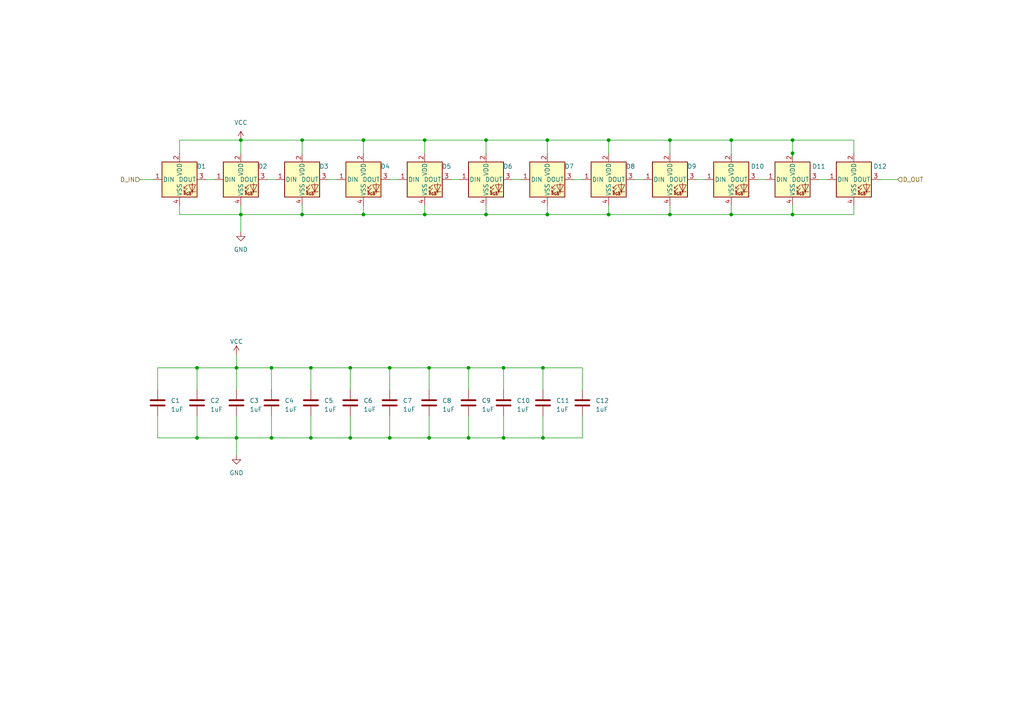
<source format=kicad_sch>
(kicad_sch (version 20231120) (generator "eeschema") (generator_version "8.0")
  (paper "A4")
  (title_block (date "2024-10-04") (rev "0.0.0-RC1"))
  (lib_symbols
    (symbol "Device:C" (pin_numbers hide) (pin_names (offset 0.254))
      (property "Reference" "C" (at 0.635 2.54 0))
      (property "Value" "C" (at 0.635 -2.54 0))
      (symbol "C_0_1"
        (polyline (pts (xy -2.032 -0.762) (xy 2.032 -0.762)) (stroke (width 0.508)))
        (polyline (pts (xy -2.032 0.762) (xy 2.032 0.762)) (stroke (width 0.508)))
      )
      (symbol "C_1_1"
        (pin passive line (at 0 3.81 270) (length 2.794) (name "~") (number "1"))
        (pin passive line (at 0 -3.81 90) (length 2.794) (name "~") (number "2"))
      )
    )
    (symbol "pedalboard-display:SK6812" (pin_names (offset 0.254))
      (property "Reference" "D" (at 5.08 5.715 0))
      (property "Value" "SK6812" (at 1.27 -5.715 0))
      (symbol "SK6812_0_0"
        (text "RGB" (at 2.286 -4.191 0) (effects (font (size 0.762 0.762))))
      )
      (symbol "SK6812_0_1"
        (polyline (pts (xy 1.27 -3.556) (xy 1.778 -3.556)))
        (polyline (pts (xy 1.27 -2.54) (xy 1.778 -2.54)))
        (polyline (pts (xy 4.699 -3.556) (xy 2.667 -3.556)))
        (polyline (pts (xy 2.286 -2.54) (xy 1.27 -3.556) (xy 1.27 -3.048)))
        (polyline (pts (xy 2.286 -1.524) (xy 1.27 -2.54) (xy 1.27 -2.032)))
        (polyline (pts (xy 3.683 -1.016) (xy 3.683 -3.556) (xy 3.683 -4.064)))
        (polyline (pts (xy 4.699 -1.524) (xy 2.667 -1.524) (xy 3.683 -3.556) (xy 4.699 -1.524)))
        (rectangle (start 5.08 5.08) (end -5.08 -5.08) (stroke (width 0.254)) (fill (type background)))
      )
      (symbol "SK6812_1_1"
        (pin input line (at -7.62 0 0) (length 2.54) (name "DIN") (number "1"))
        (pin power_in line (at 0 7.62 270) (length 2.54) (name "VDD") (number "2"))
        (pin output line (at 7.62 0 180) (length 2.54) (name "DOUT") (number "3"))
        (pin power_in line (at 0 -7.62 90) (length 2.54) (name "VSS") (number "4"))
      )
    )
    (symbol "power:GND" (power) (pin_names (offset 0))
      (property "Value" "GND" (at 0 -3.81 0))
      (symbol "GND_0_1"
        (polyline (pts (xy 0 0) (xy 0 -1.27) (xy 1.27 -1.27) (xy 0 -2.54) (xy -1.27 -1.27) (xy 0 -1.27)))
      )
      (symbol "GND_1_1"
        (pin power_in line (at 0 0 270) (length 0) hide (name "GND") (number "1"))
      )
    )
    (symbol "power:VCC" (power) (pin_names (offset 0))
      (property "Value" "VCC" (at 0 3.81 0))
      (symbol "VCC_0_1"
        (polyline (pts (xy -0.762 1.27) (xy 0 2.54)))
        (polyline (pts (xy 0 0) (xy 0 2.54)))
        (polyline (pts (xy 0 2.54) (xy 0.762 1.27)))
      )
      (symbol "VCC_1_1"
        (pin power_in line (at 0 0 90) (length 0) hide (name "VCC") (number "1"))
      )
    )
  )
  (junction (at 140.97 62.23))
  (junction (at 123.19 40.64))
  (junction (at 229.87 62.23))
  (junction (at 158.75 40.64))
  (junction (at 87.63 40.64))
  (junction (at 87.63 62.23))
  (junction (at 135.89 127))
  (junction (at 105.41 40.64))
  (junction (at 157.48 106.68))
  (junction (at 176.53 40.64))
  (junction (at 78.74 127))
  (junction (at 68.58 127))
  (junction (at 157.48 127))
  (junction (at 68.58 106.68))
  (junction (at 78.74 106.68))
  (junction (at 140.97 40.64))
  (junction (at 229.87 44.45))
  (junction (at 57.15 127))
  (junction (at 212.09 40.64))
  (junction (at 124.46 127))
  (junction (at 57.15 106.68))
  (junction (at 90.17 106.68))
  (junction (at 124.46 106.68))
  (junction (at 101.6 127))
  (junction (at 176.53 62.23))
  (junction (at 69.85 62.23))
  (junction (at 90.17 127))
  (junction (at 229.87 40.64))
  (junction (at 194.31 40.64))
  (junction (at 194.31 62.23))
  (junction (at 101.6 106.68))
  (junction (at 135.89 106.68))
  (junction (at 146.05 106.68))
  (junction (at 212.09 62.23))
  (junction (at 146.05 127))
  (junction (at 113.03 106.68))
  (junction (at 113.03 127))
  (junction (at 123.19 62.23))
  (junction (at 69.85 40.64))
  (junction (at 105.41 62.23))
  (junction (at 158.75 62.23))
  (wire (pts (xy 123.19 62.23) (xy 140.97 62.23)))
  (wire (pts (xy 157.48 120.65) (xy 157.48 127)))
  (wire (pts (xy 57.15 127) (xy 68.58 127)))
  (wire (pts (xy 52.07 59.69) (xy 52.07 62.23)))
  (wire (pts (xy 68.58 120.65) (xy 68.58 127)))
  (wire (pts (xy 194.31 44.45) (xy 194.31 40.64)))
  (wire (pts (xy 194.31 62.23) (xy 212.09 62.23)))
  (wire (pts (xy 229.87 45.72) (xy 229.87 44.45)))
  (wire (pts (xy 90.17 113.03) (xy 90.17 106.68)))
  (wire (pts (xy 176.53 62.23) (xy 194.31 62.23)))
  (wire (pts (xy 146.05 113.03) (xy 146.05 106.68)))
  (wire (pts (xy 130.81 52.07) (xy 133.35 52.07)))
  (wire (pts (xy 140.97 59.69) (xy 140.97 62.23)))
  (wire (pts (xy 212.09 40.64) (xy 229.87 40.64)))
  (wire (pts (xy 148.59 52.07) (xy 151.13 52.07)))
  (wire (pts (xy 45.72 113.03) (xy 45.72 106.68)))
  (wire (pts (xy 146.05 127) (xy 157.48 127)))
  (wire (pts (xy 105.41 62.23) (xy 123.19 62.23)))
  (wire (pts (xy 194.31 40.64) (xy 212.09 40.64)))
  (wire (pts (xy 87.63 44.45) (xy 87.63 40.64)))
  (wire (pts (xy 95.25 52.07) (xy 97.79 52.07)))
  (wire (pts (xy 45.72 127) (xy 57.15 127)))
  (wire (pts (xy 113.03 106.68) (xy 124.46 106.68)))
  (wire (pts (xy 52.07 40.64) (xy 69.85 40.64)))
  (wire (pts (xy 168.91 127) (xy 168.91 120.65)))
  (wire (pts (xy 124.46 120.65) (xy 124.46 127)))
  (wire (pts (xy 68.58 132.08) (xy 68.58 127)))
  (wire (pts (xy 124.46 113.03) (xy 124.46 106.68)))
  (wire (pts (xy 87.63 62.23) (xy 105.41 62.23)))
  (wire (pts (xy 113.03 106.68) (xy 101.6 106.68)))
  (wire (pts (xy 69.85 44.45) (xy 69.85 40.64)))
  (wire (pts (xy 123.19 40.64) (xy 140.97 40.64)))
  (wire (pts (xy 57.15 120.65) (xy 57.15 127)))
  (wire (pts (xy 113.03 127) (xy 124.46 127)))
  (wire (pts (xy 146.05 120.65) (xy 146.05 127)))
  (wire (pts (xy 52.07 62.23) (xy 69.85 62.23)))
  (wire (pts (xy 219.71 52.07) (xy 222.25 52.07)))
  (wire (pts (xy 113.03 113.03) (xy 113.03 106.68)))
  (wire (pts (xy 135.89 106.68) (xy 146.05 106.68)))
  (wire (pts (xy 168.91 106.68) (xy 168.91 113.03)))
  (wire (pts (xy 176.53 40.64) (xy 194.31 40.64)))
  (wire (pts (xy 229.87 40.64) (xy 247.65 40.64)))
  (wire (pts (xy 124.46 106.68) (xy 135.89 106.68)))
  (wire (pts (xy 69.85 67.31) (xy 69.85 62.23)))
  (wire (pts (xy 247.65 62.23) (xy 247.65 59.69)))
  (wire (pts (xy 101.6 106.68) (xy 101.6 113.03)))
  (wire (pts (xy 77.47 52.07) (xy 80.01 52.07)))
  (wire (pts (xy 101.6 127) (xy 113.03 127)))
  (wire (pts (xy 52.07 40.64) (xy 52.07 44.45)))
  (wire (pts (xy 113.03 120.65) (xy 113.03 127)))
  (wire (pts (xy 69.85 62.23) (xy 87.63 62.23)))
  (wire (pts (xy 68.58 127) (xy 78.74 127)))
  (wire (pts (xy 78.74 120.65) (xy 78.74 127)))
  (wire (pts (xy 146.05 106.68) (xy 157.48 106.68)))
  (wire (pts (xy 229.87 62.23) (xy 247.65 62.23)))
  (wire (pts (xy 68.58 113.03) (xy 68.58 106.68)))
  (wire (pts (xy 105.41 59.69) (xy 105.41 62.23)))
  (wire (pts (xy 237.49 52.07) (xy 240.03 52.07)))
  (wire (pts (xy 45.72 120.65) (xy 45.72 127)))
  (wire (pts (xy 78.74 127) (xy 90.17 127)))
  (wire (pts (xy 101.6 127) (xy 101.6 120.65)))
  (wire (pts (xy 123.19 59.69) (xy 123.19 62.23)))
  (wire (pts (xy 40.64 52.07) (xy 44.45 52.07)))
  (wire (pts (xy 113.03 52.07) (xy 115.57 52.07)))
  (wire (pts (xy 90.17 120.65) (xy 90.17 127)))
  (wire (pts (xy 158.75 62.23) (xy 176.53 62.23)))
  (wire (pts (xy 229.87 40.64) (xy 229.87 44.45)))
  (wire (pts (xy 166.37 52.07) (xy 168.91 52.07)))
  (wire (pts (xy 176.53 44.45) (xy 176.53 40.64)))
  (wire (pts (xy 68.58 102.87) (xy 68.58 106.68)))
  (wire (pts (xy 90.17 127) (xy 101.6 127)))
  (wire (pts (xy 157.48 113.03) (xy 157.48 106.68)))
  (wire (pts (xy 158.75 44.45) (xy 158.75 40.64)))
  (wire (pts (xy 229.87 59.69) (xy 229.87 62.23)))
  (wire (pts (xy 87.63 40.64) (xy 105.41 40.64)))
  (wire (pts (xy 176.53 59.69) (xy 176.53 62.23)))
  (wire (pts (xy 212.09 44.45) (xy 212.09 40.64)))
  (wire (pts (xy 140.97 62.23) (xy 158.75 62.23)))
  (wire (pts (xy 78.74 113.03) (xy 78.74 106.68)))
  (wire (pts (xy 105.41 44.45) (xy 105.41 40.64)))
  (wire (pts (xy 57.15 106.68) (xy 68.58 106.68)))
  (wire (pts (xy 158.75 59.69) (xy 158.75 62.23)))
  (wire (pts (xy 69.85 59.69) (xy 69.85 62.23)))
  (wire (pts (xy 87.63 59.69) (xy 87.63 62.23)))
  (wire (pts (xy 69.85 40.64) (xy 87.63 40.64)))
  (wire (pts (xy 135.89 120.65) (xy 135.89 127)))
  (wire (pts (xy 135.89 127) (xy 146.05 127)))
  (wire (pts (xy 123.19 44.45) (xy 123.19 40.64)))
  (wire (pts (xy 158.75 40.64) (xy 176.53 40.64)))
  (wire (pts (xy 157.48 127) (xy 168.91 127)))
  (wire (pts (xy 212.09 62.23) (xy 229.87 62.23)))
  (wire (pts (xy 78.74 106.68) (xy 90.17 106.68)))
  (wire (pts (xy 140.97 40.64) (xy 158.75 40.64)))
  (wire (pts (xy 57.15 113.03) (xy 57.15 106.68)))
  (wire (pts (xy 105.41 40.64) (xy 123.19 40.64)))
  (wire (pts (xy 68.58 106.68) (xy 78.74 106.68)))
  (wire (pts (xy 184.15 52.07) (xy 186.69 52.07)))
  (wire (pts (xy 201.93 52.07) (xy 204.47 52.07)))
  (wire (pts (xy 135.89 113.03) (xy 135.89 106.68)))
  (wire (pts (xy 140.97 44.45) (xy 140.97 40.64)))
  (wire (pts (xy 247.65 40.64) (xy 247.65 44.45)))
  (wire (pts (xy 157.48 106.68) (xy 168.91 106.68)))
  (wire (pts (xy 194.31 59.69) (xy 194.31 62.23)))
  (wire (pts (xy 212.09 59.69) (xy 212.09 62.23)))
  (wire (pts (xy 59.69 52.07) (xy 62.23 52.07)))
  (wire (pts (xy 45.72 106.68) (xy 57.15 106.68)))
  (wire (pts (xy 90.17 106.68) (xy 101.6 106.68)))
  (wire (pts (xy 124.46 127) (xy 135.89 127)))
  (wire (pts (xy 255.27 52.07) (xy 260.35 52.07)))
  (hierarchical_label "D_OUT" (shape input) (at 260.35 52.07 0))
  (hierarchical_label "D_IN" (shape input) (at 40.64 52.07 180))
  (symbol (lib_id "Device:C") (at 135.89 116.84 0) (unit 1)
    (property "Reference" "C9" (at 139.7 116.205 0) (effects (justify left)))
    (property "Value" "1uF" (at 139.7 118.745 0) (effects (justify left)))
    (property "Footprint" "Capacitor_SMD:C_0402_1005Metric" (effects (hide yes)))
    (property "Datasheet" "https://media.digikey.com/pdf/Data%20Sheets/Samsung%20PDFs/CL_Series_MLCC_ds.pdf" (effects (hide yes)))
    (property "Supplier" "https://www.digikey.ch/de/products/detail/samsung-electro-mechanics/CL05A105KP5NNNC/3886734" (effects (hide yes)))
    (instances (project "pedalboard-display" (path "" (reference "C9") (unit 1)) (path "" (reference "C33") (unit 1)) (path "" (reference "C57") (unit 1)) (path "" (reference "C81") (unit 1)) (path "" (reference "C45") (unit 1)) (path "" (reference "C69") (unit 1)) (path "" (reference "C21") (unit 1)) (path "" (reference "C93") (unit 1))))
  )
  (symbol (lib_id "Device:C") (at 124.46 116.84 0) (unit 1)
    (property "Reference" "C8" (at 128.27 116.205 0) (effects (justify left)))
    (property "Value" "1uF" (at 128.27 118.745 0) (effects (justify left)))
    (property "Footprint" "Capacitor_SMD:C_0402_1005Metric" (effects (hide yes)))
    (property "Datasheet" "https://media.digikey.com/pdf/Data%20Sheets/Samsung%20PDFs/CL_Series_MLCC_ds.pdf" (effects (hide yes)))
    (property "Supplier" "https://www.digikey.ch/de/products/detail/samsung-electro-mechanics/CL05A105KP5NNNC/3886734" (effects (hide yes)))
    (instances (project "pedalboard-display" (path "" (reference "C8") (unit 1)) (path "" (reference "C32") (unit 1)) (path "" (reference "C56") (unit 1)) (path "" (reference "C80") (unit 1)) (path "" (reference "C44") (unit 1)) (path "" (reference "C68") (unit 1)) (path "" (reference "C20") (unit 1)) (path "" (reference "C92") (unit 1))))
  )
  (symbol (lib_id "Device:C") (at 68.58 116.84 0) (unit 1)
    (property "Reference" "C3" (at 72.39 116.205 0) (effects (justify left)))
    (property "Value" "1uF" (at 72.39 118.745 0) (effects (justify left)))
    (property "Footprint" "Capacitor_SMD:C_0402_1005Metric" (effects (hide yes)))
    (property "Datasheet" "https://media.digikey.com/pdf/Data%20Sheets/Samsung%20PDFs/CL_Series_MLCC_ds.pdf" (effects (hide yes)))
    (property "Supplier" "https://www.digikey.ch/de/products/detail/samsung-electro-mechanics/CL05A105KP5NNNC/3886734" (effects (hide yes)))
    (instances (project "pedalboard-display" (path "" (reference "C3") (unit 1)) (path "" (reference "C27") (unit 1)) (path "" (reference "C51") (unit 1)) (path "" (reference "C75") (unit 1)) (path "" (reference "C39") (unit 1)) (path "" (reference "C63") (unit 1)) (path "" (reference "C15") (unit 1)) (path "" (reference "C87") (unit 1))))
  )
  (symbol (lib_id "pedalboard-display:SK6812") (at 247.65 52.07 0) (unit 1)
    (property "Reference" "D12" (at 255.27 48.26 0))
    (property "Value" "SK6812_EC15" (effects (hide yes)))
    (property "Footprint" "Library:LED_SK6812_EC15_1.5x1.5mm" (effects (hide yes)))
    (property "Datasheet" "https://mm.digikey.com/Volume0/opasdata/d220001/medias/docus/2384/CL05A105KP5NNN_Specsheet%20(1).pdf" (effects (hide yes)))
    (property "Supplier" "https://www.digikey.ch/en/products/detail/adafruit-industries-llc/4492/11569136" (effects (hide yes)))
    (instances (project "pedalboard-display" (path "" (reference "D12") (unit 1)) (path "" (reference "D36") (unit 1)) (path "" (reference "D60") (unit 1)) (path "" (reference "D84") (unit 1)) (path "" (reference "D48") (unit 1)) (path "" (reference "D72") (unit 1)) (path "" (reference "D24") (unit 1)) (path "" (reference "D96") (unit 1))))
  )
  (symbol (lib_id "Device:C") (at 168.91 116.84 0) (unit 1)
    (property "Reference" "C12" (at 172.72 116.205 0) (effects (justify left)))
    (property "Value" "1uF" (at 172.72 118.745 0) (effects (justify left)))
    (property "Footprint" "Capacitor_SMD:C_0402_1005Metric" (effects (hide yes)))
    (property "Datasheet" "https://media.digikey.com/pdf/Data%20Sheets/Samsung%20PDFs/CL_Series_MLCC_ds.pdf" (effects (hide yes)))
    (property "Supplier" "https://www.digikey.ch/de/products/detail/samsung-electro-mechanics/CL05A105KP5NNNC/3886734" (effects (hide yes)))
    (instances (project "pedalboard-display" (path "" (reference "C12") (unit 1)) (path "" (reference "C36") (unit 1)) (path "" (reference "C60") (unit 1)) (path "" (reference "C84") (unit 1)) (path "" (reference "C48") (unit 1)) (path "" (reference "C72") (unit 1)) (path "" (reference "C24") (unit 1)) (path "" (reference "C96") (unit 1))))
  )
  (symbol (lib_id "pedalboard-display:SK6812") (at 123.19 52.07 0) (unit 1)
    (property "Reference" "D5" (at 129.54 48.26 0))
    (property "Value" "SK6812_EC15" (effects (hide yes)))
    (property "Footprint" "Library:LED_SK6812_EC15_1.5x1.5mm" (effects (hide yes)))
    (property "Datasheet" "https://mm.digikey.com/Volume0/opasdata/d220001/medias/docus/2384/CL05A105KP5NNN_Specsheet%20(1).pdf" (effects (hide yes)))
    (property "Supplier" "https://www.digikey.ch/en/products/detail/adafruit-industries-llc/4492/11569136" (effects (hide yes)))
    (instances (project "pedalboard-display" (path "" (reference "D5") (unit 1)) (path "" (reference "D29") (unit 1)) (path "" (reference "D53") (unit 1)) (path "" (reference "D77") (unit 1)) (path "" (reference "D41") (unit 1)) (path "" (reference "D65") (unit 1)) (path "" (reference "D17") (unit 1)) (path "" (reference "D89") (unit 1))))
  )
  (symbol (lib_id "pedalboard-display:SK6812") (at 69.85 52.07 0) (unit 1)
    (property "Reference" "D2" (at 76.2 48.26 0))
    (property "Value" "SK6812_EC15" (effects (hide yes)))
    (property "Footprint" "Library:LED_SK6812_EC15_1.5x1.5mm" (effects (hide yes)))
    (property "Datasheet" "https://mm.digikey.com/Volume0/opasdata/d220001/medias/docus/2384/CL05A105KP5NNN_Specsheet%20(1).pdf" (effects (hide yes)))
    (property "Supplier" "https://www.digikey.ch/en/products/detail/adafruit-industries-llc/4492/11569136" (effects (hide yes)))
    (instances (project "pedalboard-display" (path "" (reference "D2") (unit 1)) (path "" (reference "D26") (unit 1)) (path "" (reference "D50") (unit 1)) (path "" (reference "D74") (unit 1)) (path "" (reference "D38") (unit 1)) (path "" (reference "D62") (unit 1)) (path "" (reference "D14") (unit 1)) (path "" (reference "D86") (unit 1))))
  )
  (symbol (lib_id "Device:C") (at 101.6 116.84 0) (unit 1)
    (property "Reference" "C6" (at 105.41 116.205 0) (effects (justify left)))
    (property "Value" "1uF" (at 105.41 118.745 0) (effects (justify left)))
    (property "Footprint" "Capacitor_SMD:C_0402_1005Metric" (effects (hide yes)))
    (property "Datasheet" "https://media.digikey.com/pdf/Data%20Sheets/Samsung%20PDFs/CL_Series_MLCC_ds.pdf" (effects (hide yes)))
    (property "Supplier" "https://www.digikey.ch/de/products/detail/samsung-electro-mechanics/CL05A105KP5NNNC/3886734" (effects (hide yes)))
    (instances (project "pedalboard-display" (path "" (reference "C6") (unit 1)) (path "" (reference "C30") (unit 1)) (path "" (reference "C54") (unit 1)) (path "" (reference "C78") (unit 1)) (path "" (reference "C42") (unit 1)) (path "" (reference "C66") (unit 1)) (path "" (reference "C18") (unit 1)) (path "" (reference "C90") (unit 1))))
  )
  (symbol (lib_id "power:GND") (at 68.58 132.08 0) (unit 1)
    (property "Reference" "#PWR06" (effects (hide yes)))
    (property "Value" "GND" (at 68.58 137.16 0))
    (instances (project "pedalboard-display" (path "" (reference "#PWR06") (unit 1)) (path "" (reference "#PWR012") (unit 1)) (path "" (reference "#PWR020") (unit 1)) (path "" (reference "#PWR028") (unit 1)) (path "" (reference "#PWR016") (unit 1)) (path "" (reference "#PWR024") (unit 1)) (path "" (reference "#PWR07") (unit 1)) (path "" (reference "#PWR032") (unit 1))))
  )
  (symbol (lib_id "power:VCC") (at 69.85 40.64 0) (unit 1)
    (property "Reference" "#PWR08" (effects (hide yes)))
    (property "Value" "VCC" (at 69.85 35.56 0))
    (instances (project "pedalboard-display" (path "" (reference "#PWR08") (unit 1)) (path "" (reference "#PWR013") (unit 1)) (path "" (reference "#PWR021") (unit 1)) (path "" (reference "#PWR029") (unit 1)) (path "" (reference "#PWR017") (unit 1)) (path "" (reference "#PWR025") (unit 1)) (path "" (reference "#PWR09") (unit 1)) (path "" (reference "#PWR033") (unit 1))))
  )
  (symbol (lib_id "pedalboard-display:SK6812") (at 140.97 52.07 0) (unit 1)
    (property "Reference" "D6" (at 147.32 48.26 0))
    (property "Value" "SK6812_EC15" (effects (hide yes)))
    (property "Footprint" "Library:LED_SK6812_EC15_1.5x1.5mm" (effects (hide yes)))
    (property "Datasheet" "https://mm.digikey.com/Volume0/opasdata/d220001/medias/docus/2384/CL05A105KP5NNN_Specsheet%20(1).pdf" (effects (hide yes)))
    (property "Supplier" "https://www.digikey.ch/en/products/detail/adafruit-industries-llc/4492/11569136" (effects (hide yes)))
    (instances (project "pedalboard-display" (path "" (reference "D6") (unit 1)) (path "" (reference "D30") (unit 1)) (path "" (reference "D54") (unit 1)) (path "" (reference "D78") (unit 1)) (path "" (reference "D42") (unit 1)) (path "" (reference "D66") (unit 1)) (path "" (reference "D18") (unit 1)) (path "" (reference "D90") (unit 1))))
  )
  (symbol (lib_id "Device:C") (at 146.05 116.84 0) (unit 1)
    (property "Reference" "C10" (at 149.86 116.205 0) (effects (justify left)))
    (property "Value" "1uF" (at 149.86 118.745 0) (effects (justify left)))
    (property "Footprint" "Capacitor_SMD:C_0402_1005Metric" (effects (hide yes)))
    (property "Datasheet" "https://media.digikey.com/pdf/Data%20Sheets/Samsung%20PDFs/CL_Series_MLCC_ds.pdf" (effects (hide yes)))
    (property "Supplier" "https://www.digikey.ch/de/products/detail/samsung-electro-mechanics/CL05A105KP5NNNC/3886734" (effects (hide yes)))
    (instances (project "pedalboard-display" (path "" (reference "C10") (unit 1)) (path "" (reference "C34") (unit 1)) (path "" (reference "C58") (unit 1)) (path "" (reference "C82") (unit 1)) (path "" (reference "C46") (unit 1)) (path "" (reference "C70") (unit 1)) (path "" (reference "C22") (unit 1)) (path "" (reference "C94") (unit 1))))
  )
  (symbol (lib_id "Device:C") (at 157.48 116.84 0) (unit 1)
    (property "Reference" "C11" (at 161.29 116.205 0) (effects (justify left)))
    (property "Value" "1uF" (at 161.29 118.745 0) (effects (justify left)))
    (property "Footprint" "Capacitor_SMD:C_0402_1005Metric" (effects (hide yes)))
    (property "Datasheet" "https://media.digikey.com/pdf/Data%20Sheets/Samsung%20PDFs/CL_Series_MLCC_ds.pdf" (effects (hide yes)))
    (property "Supplier" "https://www.digikey.ch/de/products/detail/samsung-electro-mechanics/CL05A105KP5NNNC/3886734" (effects (hide yes)))
    (instances (project "pedalboard-display" (path "" (reference "C11") (unit 1)) (path "" (reference "C35") (unit 1)) (path "" (reference "C59") (unit 1)) (path "" (reference "C83") (unit 1)) (path "" (reference "C47") (unit 1)) (path "" (reference "C71") (unit 1)) (path "" (reference "C23") (unit 1)) (path "" (reference "C95") (unit 1))))
  )
  (symbol (lib_id "pedalboard-display:SK6812") (at 176.53 52.07 0) (unit 1)
    (property "Reference" "D8" (at 182.88 48.26 0))
    (property "Value" "SK6812_EC15" (effects (hide yes)))
    (property "Footprint" "Library:LED_SK6812_EC15_1.5x1.5mm" (effects (hide yes)))
    (property "Datasheet" "https://mm.digikey.com/Volume0/opasdata/d220001/medias/docus/2384/CL05A105KP5NNN_Specsheet%20(1).pdf" (effects (hide yes)))
    (property "Supplier" "https://www.digikey.ch/en/products/detail/adafruit-industries-llc/4492/11569136" (effects (hide yes)))
    (instances (project "pedalboard-display" (path "" (reference "D8") (unit 1)) (path "" (reference "D32") (unit 1)) (path "" (reference "D56") (unit 1)) (path "" (reference "D80") (unit 1)) (path "" (reference "D44") (unit 1)) (path "" (reference "D68") (unit 1)) (path "" (reference "D20") (unit 1)) (path "" (reference "D92") (unit 1))))
  )
  (symbol (lib_id "pedalboard-display:SK6812") (at 229.87 52.07 0) (unit 1)
    (property "Reference" "D11" (at 237.49 48.26 0))
    (property "Value" "SK6812_EC15" (effects (hide yes)))
    (property "Footprint" "Library:LED_SK6812_EC15_1.5x1.5mm" (effects (hide yes)))
    (property "Datasheet" "https://mm.digikey.com/Volume0/opasdata/d220001/medias/docus/2384/CL05A105KP5NNN_Specsheet%20(1).pdf" (effects (hide yes)))
    (property "Supplier" "https://www.digikey.ch/en/products/detail/adafruit-industries-llc/4492/11569136" (effects (hide yes)))
    (instances (project "pedalboard-display" (path "" (reference "D11") (unit 1)) (path "" (reference "D35") (unit 1)) (path "" (reference "D59") (unit 1)) (path "" (reference "D83") (unit 1)) (path "" (reference "D47") (unit 1)) (path "" (reference "D71") (unit 1)) (path "" (reference "D23") (unit 1)) (path "" (reference "D95") (unit 1))))
  )
  (symbol (lib_id "pedalboard-display:SK6812") (at 105.41 52.07 0) (unit 1)
    (property "Reference" "D4" (at 111.76 48.26 0))
    (property "Value" "SK6812_EC15" (effects (hide yes)))
    (property "Footprint" "Library:LED_SK6812_EC15_1.5x1.5mm" (effects (hide yes)))
    (property "Datasheet" "https://mm.digikey.com/Volume0/opasdata/d220001/medias/docus/2384/CL05A105KP5NNN_Specsheet%20(1).pdf" (effects (hide yes)))
    (property "Supplier" "https://www.digikey.ch/en/products/detail/adafruit-industries-llc/4492/11569136" (effects (hide yes)))
    (instances (project "pedalboard-display" (path "" (reference "D4") (unit 1)) (path "" (reference "D28") (unit 1)) (path "" (reference "D52") (unit 1)) (path "" (reference "D76") (unit 1)) (path "" (reference "D40") (unit 1)) (path "" (reference "D64") (unit 1)) (path "" (reference "D16") (unit 1)) (path "" (reference "D88") (unit 1))))
  )
  (symbol (lib_id "pedalboard-display:SK6812") (at 158.75 52.07 0) (unit 1)
    (property "Reference" "D7" (at 165.1 48.26 0))
    (property "Value" "SK6812_EC15" (effects (hide yes)))
    (property "Footprint" "Library:LED_SK6812_EC15_1.5x1.5mm" (effects (hide yes)))
    (property "Datasheet" "https://mm.digikey.com/Volume0/opasdata/d220001/medias/docus/2384/CL05A105KP5NNN_Specsheet%20(1).pdf" (effects (hide yes)))
    (property "Supplier" "https://www.digikey.ch/en/products/detail/adafruit-industries-llc/4492/11569136" (effects (hide yes)))
    (instances (project "pedalboard-display" (path "" (reference "D7") (unit 1)) (path "" (reference "D31") (unit 1)) (path "" (reference "D55") (unit 1)) (path "" (reference "D79") (unit 1)) (path "" (reference "D43") (unit 1)) (path "" (reference "D67") (unit 1)) (path "" (reference "D19") (unit 1)) (path "" (reference "D91") (unit 1))))
  )
  (symbol (lib_id "pedalboard-display:SK6812") (at 87.63 52.07 0) (unit 1)
    (property "Reference" "D3" (at 93.98 48.26 0))
    (property "Value" "SK6812_EC15" (effects (hide yes)))
    (property "Footprint" "Library:LED_SK6812_EC15_1.5x1.5mm" (effects (hide yes)))
    (property "Datasheet" "https://mm.digikey.com/Volume0/opasdata/d220001/medias/docus/2384/CL05A105KP5NNN_Specsheet%20(1).pdf" (effects (hide yes)))
    (property "Supplier" "https://www.digikey.ch/en/products/detail/adafruit-industries-llc/4492/11569136" (effects (hide yes)))
    (instances (project "pedalboard-display" (path "" (reference "D3") (unit 1)) (path "" (reference "D27") (unit 1)) (path "" (reference "D51") (unit 1)) (path "" (reference "D75") (unit 1)) (path "" (reference "D39") (unit 1)) (path "" (reference "D63") (unit 1)) (path "" (reference "D15") (unit 1)) (path "" (reference "D87") (unit 1))))
  )
  (symbol (lib_id "power:GND") (at 69.85 67.31 0) (unit 1)
    (property "Reference" "#PWR04" (effects (hide yes)))
    (property "Value" "GND" (at 69.85 72.39 0))
    (instances (project "pedalboard-display" (path "" (reference "#PWR04") (unit 1)) (path "" (reference "#PWR014") (unit 1)) (path "" (reference "#PWR022") (unit 1)) (path "" (reference "#PWR030") (unit 1)) (path "" (reference "#PWR018") (unit 1)) (path "" (reference "#PWR026") (unit 1)) (path "" (reference "#PWR010") (unit 1)) (path "" (reference "#PWR034") (unit 1))))
  )
  (symbol (lib_id "power:VCC") (at 68.58 102.87 0) (unit 1)
    (property "Reference" "#PWR05" (effects (hide yes)))
    (property "Value" "VCC" (at 68.58 99.06 0))
    (instances (project "pedalboard-display" (path "" (reference "#PWR05") (unit 1)) (path "" (reference "#PWR011") (unit 1)) (path "" (reference "#PWR019") (unit 1)) (path "" (reference "#PWR027") (unit 1)) (path "" (reference "#PWR015") (unit 1)) (path "" (reference "#PWR023") (unit 1)) (path "" (reference "#PWR01") (unit 1)) (path "" (reference "#PWR031") (unit 1))))
  )
  (symbol (lib_id "Device:C") (at 45.72 116.84 0) (unit 1)
    (property "Reference" "C1" (at 49.53 116.205 0) (effects (justify left)))
    (property "Value" "1uF" (at 49.53 118.745 0) (effects (justify left)))
    (property "Footprint" "Capacitor_SMD:C_0402_1005Metric" (effects (hide yes)))
    (property "Datasheet" "https://media.digikey.com/pdf/Data%20Sheets/Samsung%20PDFs/CL_Series_MLCC_ds.pdf" (effects (hide yes)))
    (property "Supplier" "https://www.digikey.ch/de/products/detail/samsung-electro-mechanics/CL05A105KP5NNNC/3886734" (effects (hide yes)))
    (instances (project "pedalboard-display" (path "" (reference "C1") (unit 1)) (path "" (reference "C25") (unit 1)) (path "" (reference "C49") (unit 1)) (path "" (reference "C73") (unit 1)) (path "" (reference "C37") (unit 1)) (path "" (reference "C61") (unit 1)) (path "" (reference "C13") (unit 1)) (path "" (reference "C85") (unit 1))))
  )
  (symbol (lib_id "Device:C") (at 113.03 116.84 0) (unit 1)
    (property "Reference" "C7" (at 116.84 116.205 0) (effects (justify left)))
    (property "Value" "1uF" (at 116.84 118.745 0) (effects (justify left)))
    (property "Footprint" "Capacitor_SMD:C_0402_1005Metric" (effects (hide yes)))
    (property "Datasheet" "https://media.digikey.com/pdf/Data%20Sheets/Samsung%20PDFs/CL_Series_MLCC_ds.pdf" (effects (hide yes)))
    (property "Supplier" "https://www.digikey.ch/de/products/detail/samsung-electro-mechanics/CL05A105KP5NNNC/3886734" (effects (hide yes)))
    (instances (project "pedalboard-display" (path "" (reference "C7") (unit 1)) (path "" (reference "C31") (unit 1)) (path "" (reference "C55") (unit 1)) (path "" (reference "C79") (unit 1)) (path "" (reference "C43") (unit 1)) (path "" (reference "C67") (unit 1)) (path "" (reference "C19") (unit 1)) (path "" (reference "C91") (unit 1))))
  )
  (symbol (lib_id "pedalboard-display:SK6812") (at 52.07 52.07 0) (unit 1)
    (property "Reference" "D1" (at 58.42 48.26 0))
    (property "Value" "SK6812_EC15" (effects (hide yes)))
    (property "Footprint" "Library:LED_SK6812_EC15_1.5x1.5mm" (effects (hide yes)))
    (property "Datasheet" "https://mm.digikey.com/Volume0/opasdata/d220001/medias/docus/2384/CL05A105KP5NNN_Specsheet%20(1).pdf" (effects (hide yes)))
    (property "Supplier" "https://www.digikey.ch/en/products/detail/adafruit-industries-llc/4492/11569136" (effects (hide yes)))
    (instances (project "pedalboard-display" (path "" (reference "D1") (unit 1)) (path "" (reference "D25") (unit 1)) (path "" (reference "D49") (unit 1)) (path "" (reference "D73") (unit 1)) (path "" (reference "D37") (unit 1)) (path "" (reference "D61") (unit 1)) (path "" (reference "D13") (unit 1)) (path "" (reference "D85") (unit 1))))
  )
  (symbol (lib_id "Device:C") (at 90.17 116.84 0) (unit 1)
    (property "Reference" "C5" (at 93.98 116.205 0) (effects (justify left)))
    (property "Value" "1uF" (at 93.98 118.745 0) (effects (justify left)))
    (property "Footprint" "Capacitor_SMD:C_0402_1005Metric" (effects (hide yes)))
    (property "Datasheet" "https://media.digikey.com/pdf/Data%20Sheets/Samsung%20PDFs/CL_Series_MLCC_ds.pdf" (effects (hide yes)))
    (property "Supplier" "https://www.digikey.ch/de/products/detail/samsung-electro-mechanics/CL05A105KP5NNNC/3886734" (effects (hide yes)))
    (instances (project "pedalboard-display" (path "" (reference "C5") (unit 1)) (path "" (reference "C29") (unit 1)) (path "" (reference "C53") (unit 1)) (path "" (reference "C77") (unit 1)) (path "" (reference "C41") (unit 1)) (path "" (reference "C65") (unit 1)) (path "" (reference "C17") (unit 1)) (path "" (reference "C89") (unit 1))))
  )
  (symbol (lib_id "pedalboard-display:SK6812") (at 194.31 52.07 0) (unit 1)
    (property "Reference" "D9" (at 200.66 48.26 0))
    (property "Value" "SK6812_EC15" (effects (hide yes)))
    (property "Footprint" "Library:LED_SK6812_EC15_1.5x1.5mm" (effects (hide yes)))
    (property "Datasheet" "https://mm.digikey.com/Volume0/opasdata/d220001/medias/docus/2384/CL05A105KP5NNN_Specsheet%20(1).pdf" (effects (hide yes)))
    (property "Supplier" "https://www.digikey.ch/en/products/detail/adafruit-industries-llc/4492/11569136" (effects (hide yes)))
    (instances (project "pedalboard-display" (path "" (reference "D9") (unit 1)) (path "" (reference "D33") (unit 1)) (path "" (reference "D57") (unit 1)) (path "" (reference "D81") (unit 1)) (path "" (reference "D45") (unit 1)) (path "" (reference "D69") (unit 1)) (path "" (reference "D21") (unit 1)) (path "" (reference "D93") (unit 1))))
  )
  (symbol (lib_id "pedalboard-display:SK6812") (at 212.09 52.07 0) (unit 1)
    (property "Reference" "D10" (at 219.71 48.26 0))
    (property "Value" "SK6812_EC15" (effects (hide yes)))
    (property "Footprint" "Library:LED_SK6812_EC15_1.5x1.5mm" (effects (hide yes)))
    (property "Datasheet" "https://mm.digikey.com/Volume0/opasdata/d220001/medias/docus/2384/CL05A105KP5NNN_Specsheet%20(1).pdf" (effects (hide yes)))
    (property "Supplier" "https://www.digikey.ch/en/products/detail/adafruit-industries-llc/4492/11569136" (effects (hide yes)))
    (instances (project "pedalboard-display" (path "" (reference "D10") (unit 1)) (path "" (reference "D34") (unit 1)) (path "" (reference "D58") (unit 1)) (path "" (reference "D82") (unit 1)) (path "" (reference "D46") (unit 1)) (path "" (reference "D70") (unit 1)) (path "" (reference "D22") (unit 1)) (path "" (reference "D94") (unit 1))))
  )
  (symbol (lib_id "Device:C") (at 78.74 116.84 0) (unit 1)
    (property "Reference" "C4" (at 82.55 116.205 0) (effects (justify left)))
    (property "Value" "1uF" (at 82.55 118.745 0) (effects (justify left)))
    (property "Footprint" "Capacitor_SMD:C_0402_1005Metric" (effects (hide yes)))
    (property "Datasheet" "https://media.digikey.com/pdf/Data%20Sheets/Samsung%20PDFs/CL_Series_MLCC_ds.pdf" (effects (hide yes)))
    (property "Supplier" "https://www.digikey.ch/de/products/detail/samsung-electro-mechanics/CL05A105KP5NNNC/3886734" (effects (hide yes)))
    (instances (project "pedalboard-display" (path "" (reference "C4") (unit 1)) (path "" (reference "C28") (unit 1)) (path "" (reference "C52") (unit 1)) (path "" (reference "C76") (unit 1)) (path "" (reference "C40") (unit 1)) (path "" (reference "C64") (unit 1)) (path "" (reference "C16") (unit 1)) (path "" (reference "C88") (unit 1))))
  )
  (symbol (lib_id "Device:C") (at 57.15 116.84 0) (unit 1)
    (property "Reference" "C2" (at 60.96 116.205 0) (effects (justify left)))
    (property "Value" "1uF" (at 60.96 118.745 0) (effects (justify left)))
    (property "Footprint" "Capacitor_SMD:C_0402_1005Metric" (effects (hide yes)))
    (property "Datasheet" "https://media.digikey.com/pdf/Data%20Sheets/Samsung%20PDFs/CL_Series_MLCC_ds.pdf" (effects (hide yes)))
    (property "Supplier" "https://www.digikey.ch/de/products/detail/samsung-electro-mechanics/CL05A105KP5NNNC/3886734" (effects (hide yes)))
    (instances (project "pedalboard-display" (path "" (reference "C2") (unit 1)) (path "" (reference "C26") (unit 1)) (path "" (reference "C50") (unit 1)) (path "" (reference "C74") (unit 1)) (path "" (reference "C38") (unit 1)) (path "" (reference "C62") (unit 1)) (path "" (reference "C14") (unit 1)) (path "" (reference "C86") (unit 1))))
  )
)
</source>
